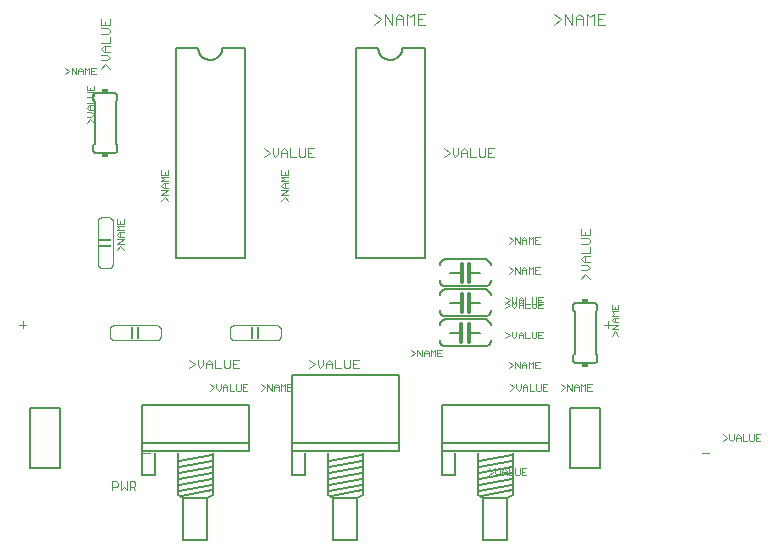
<source format=gto>
G75*
%MOIN*%
%OFA0B0*%
%FSLAX25Y25*%
%IPPOS*%
%LPD*%
%AMOC8*
5,1,8,0,0,1.08239X$1,22.5*
%
%ADD10C,0.00600*%
%ADD11C,0.01200*%
%ADD12C,0.00200*%
%ADD13C,0.00400*%
%ADD14C,0.00300*%
%ADD15R,0.01000X0.04000*%
%ADD16R,0.04000X0.01000*%
%ADD17C,0.00800*%
%ADD18R,0.02000X0.01500*%
%ADD19C,0.00500*%
D10*
X0077419Y0095337D02*
X0100419Y0095337D01*
X0100419Y0165337D01*
X0092919Y0165337D01*
X0092917Y0165211D01*
X0092911Y0165086D01*
X0092901Y0164961D01*
X0092887Y0164836D01*
X0092870Y0164711D01*
X0092848Y0164587D01*
X0092823Y0164464D01*
X0092793Y0164342D01*
X0092760Y0164221D01*
X0092723Y0164101D01*
X0092683Y0163982D01*
X0092638Y0163865D01*
X0092590Y0163748D01*
X0092538Y0163634D01*
X0092483Y0163521D01*
X0092424Y0163410D01*
X0092362Y0163301D01*
X0092296Y0163194D01*
X0092227Y0163089D01*
X0092155Y0162986D01*
X0092080Y0162885D01*
X0092001Y0162787D01*
X0091919Y0162692D01*
X0091835Y0162599D01*
X0091747Y0162509D01*
X0091657Y0162421D01*
X0091564Y0162337D01*
X0091469Y0162255D01*
X0091371Y0162176D01*
X0091270Y0162101D01*
X0091167Y0162029D01*
X0091062Y0161960D01*
X0090955Y0161894D01*
X0090846Y0161832D01*
X0090735Y0161773D01*
X0090622Y0161718D01*
X0090508Y0161666D01*
X0090391Y0161618D01*
X0090274Y0161573D01*
X0090155Y0161533D01*
X0090035Y0161496D01*
X0089914Y0161463D01*
X0089792Y0161433D01*
X0089669Y0161408D01*
X0089545Y0161386D01*
X0089420Y0161369D01*
X0089295Y0161355D01*
X0089170Y0161345D01*
X0089045Y0161339D01*
X0088919Y0161337D01*
X0088793Y0161339D01*
X0088668Y0161345D01*
X0088543Y0161355D01*
X0088418Y0161369D01*
X0088293Y0161386D01*
X0088169Y0161408D01*
X0088046Y0161433D01*
X0087924Y0161463D01*
X0087803Y0161496D01*
X0087683Y0161533D01*
X0087564Y0161573D01*
X0087447Y0161618D01*
X0087330Y0161666D01*
X0087216Y0161718D01*
X0087103Y0161773D01*
X0086992Y0161832D01*
X0086883Y0161894D01*
X0086776Y0161960D01*
X0086671Y0162029D01*
X0086568Y0162101D01*
X0086467Y0162176D01*
X0086369Y0162255D01*
X0086274Y0162337D01*
X0086181Y0162421D01*
X0086091Y0162509D01*
X0086003Y0162599D01*
X0085919Y0162692D01*
X0085837Y0162787D01*
X0085758Y0162885D01*
X0085683Y0162986D01*
X0085611Y0163089D01*
X0085542Y0163194D01*
X0085476Y0163301D01*
X0085414Y0163410D01*
X0085355Y0163521D01*
X0085300Y0163634D01*
X0085248Y0163748D01*
X0085200Y0163865D01*
X0085155Y0163982D01*
X0085115Y0164101D01*
X0085078Y0164221D01*
X0085045Y0164342D01*
X0085015Y0164464D01*
X0084990Y0164587D01*
X0084968Y0164711D01*
X0084951Y0164836D01*
X0084937Y0164961D01*
X0084927Y0165086D01*
X0084921Y0165211D01*
X0084919Y0165337D01*
X0077419Y0165337D01*
X0077419Y0095337D01*
X0056919Y0130337D02*
X0050919Y0130337D01*
X0050859Y0130339D01*
X0050798Y0130344D01*
X0050739Y0130353D01*
X0050680Y0130366D01*
X0050621Y0130382D01*
X0050564Y0130402D01*
X0050509Y0130425D01*
X0050454Y0130452D01*
X0050402Y0130481D01*
X0050351Y0130514D01*
X0050302Y0130550D01*
X0050256Y0130588D01*
X0050212Y0130630D01*
X0050170Y0130674D01*
X0050132Y0130720D01*
X0050096Y0130769D01*
X0050063Y0130820D01*
X0050034Y0130872D01*
X0050007Y0130927D01*
X0049984Y0130982D01*
X0049964Y0131039D01*
X0049948Y0131098D01*
X0049935Y0131157D01*
X0049926Y0131216D01*
X0049921Y0131277D01*
X0049919Y0131337D01*
X0049919Y0132837D01*
X0050419Y0133337D01*
X0050419Y0147337D01*
X0049919Y0147837D01*
X0049919Y0149337D01*
X0049921Y0149397D01*
X0049926Y0149458D01*
X0049935Y0149517D01*
X0049948Y0149576D01*
X0049964Y0149635D01*
X0049984Y0149692D01*
X0050007Y0149747D01*
X0050034Y0149802D01*
X0050063Y0149854D01*
X0050096Y0149905D01*
X0050132Y0149954D01*
X0050170Y0150000D01*
X0050212Y0150044D01*
X0050256Y0150086D01*
X0050302Y0150124D01*
X0050351Y0150160D01*
X0050402Y0150193D01*
X0050454Y0150222D01*
X0050509Y0150249D01*
X0050564Y0150272D01*
X0050621Y0150292D01*
X0050680Y0150308D01*
X0050739Y0150321D01*
X0050798Y0150330D01*
X0050859Y0150335D01*
X0050919Y0150337D01*
X0056919Y0150337D01*
X0056979Y0150335D01*
X0057040Y0150330D01*
X0057099Y0150321D01*
X0057158Y0150308D01*
X0057217Y0150292D01*
X0057274Y0150272D01*
X0057329Y0150249D01*
X0057384Y0150222D01*
X0057436Y0150193D01*
X0057487Y0150160D01*
X0057536Y0150124D01*
X0057582Y0150086D01*
X0057626Y0150044D01*
X0057668Y0150000D01*
X0057706Y0149954D01*
X0057742Y0149905D01*
X0057775Y0149854D01*
X0057804Y0149802D01*
X0057831Y0149747D01*
X0057854Y0149692D01*
X0057874Y0149635D01*
X0057890Y0149576D01*
X0057903Y0149517D01*
X0057912Y0149458D01*
X0057917Y0149397D01*
X0057919Y0149337D01*
X0057919Y0147837D01*
X0057419Y0147337D01*
X0057419Y0133337D01*
X0057919Y0132837D01*
X0057919Y0131337D01*
X0057917Y0131277D01*
X0057912Y0131216D01*
X0057903Y0131157D01*
X0057890Y0131098D01*
X0057874Y0131039D01*
X0057854Y0130982D01*
X0057831Y0130927D01*
X0057804Y0130872D01*
X0057775Y0130820D01*
X0057742Y0130769D01*
X0057706Y0130720D01*
X0057668Y0130674D01*
X0057626Y0130630D01*
X0057582Y0130588D01*
X0057536Y0130550D01*
X0057487Y0130514D01*
X0057436Y0130481D01*
X0057384Y0130452D01*
X0057329Y0130425D01*
X0057274Y0130402D01*
X0057217Y0130382D01*
X0057158Y0130366D01*
X0057099Y0130353D01*
X0057040Y0130344D01*
X0056979Y0130339D01*
X0056919Y0130337D01*
X0056979Y0130339D01*
X0057040Y0130344D01*
X0057099Y0130353D01*
X0057158Y0130366D01*
X0057217Y0130382D01*
X0057274Y0130402D01*
X0057329Y0130425D01*
X0057384Y0130452D01*
X0057436Y0130481D01*
X0057487Y0130514D01*
X0057536Y0130550D01*
X0057582Y0130588D01*
X0057626Y0130630D01*
X0057668Y0130674D01*
X0057706Y0130720D01*
X0057742Y0130769D01*
X0057775Y0130820D01*
X0057804Y0130872D01*
X0057831Y0130927D01*
X0057854Y0130982D01*
X0057874Y0131039D01*
X0057890Y0131098D01*
X0057903Y0131157D01*
X0057912Y0131216D01*
X0057917Y0131277D01*
X0057919Y0131337D01*
X0050919Y0130337D02*
X0050859Y0130339D01*
X0050798Y0130344D01*
X0050739Y0130353D01*
X0050680Y0130366D01*
X0050621Y0130382D01*
X0050564Y0130402D01*
X0050509Y0130425D01*
X0050454Y0130452D01*
X0050402Y0130481D01*
X0050351Y0130514D01*
X0050302Y0130550D01*
X0050256Y0130588D01*
X0050212Y0130630D01*
X0050170Y0130674D01*
X0050132Y0130720D01*
X0050096Y0130769D01*
X0050063Y0130820D01*
X0050034Y0130872D01*
X0050007Y0130927D01*
X0049984Y0130982D01*
X0049964Y0131039D01*
X0049948Y0131098D01*
X0049935Y0131157D01*
X0049926Y0131216D01*
X0049921Y0131277D01*
X0049919Y0131337D01*
X0049919Y0149337D02*
X0049921Y0149397D01*
X0049926Y0149458D01*
X0049935Y0149517D01*
X0049948Y0149576D01*
X0049964Y0149635D01*
X0049984Y0149692D01*
X0050007Y0149747D01*
X0050034Y0149802D01*
X0050063Y0149854D01*
X0050096Y0149905D01*
X0050132Y0149954D01*
X0050170Y0150000D01*
X0050212Y0150044D01*
X0050256Y0150086D01*
X0050302Y0150124D01*
X0050351Y0150160D01*
X0050402Y0150193D01*
X0050454Y0150222D01*
X0050509Y0150249D01*
X0050564Y0150272D01*
X0050621Y0150292D01*
X0050680Y0150308D01*
X0050739Y0150321D01*
X0050798Y0150330D01*
X0050859Y0150335D01*
X0050919Y0150337D01*
X0056919Y0150337D02*
X0056979Y0150335D01*
X0057040Y0150330D01*
X0057099Y0150321D01*
X0057158Y0150308D01*
X0057217Y0150292D01*
X0057274Y0150272D01*
X0057329Y0150249D01*
X0057384Y0150222D01*
X0057436Y0150193D01*
X0057487Y0150160D01*
X0057536Y0150124D01*
X0057582Y0150086D01*
X0057626Y0150044D01*
X0057668Y0150000D01*
X0057706Y0149954D01*
X0057742Y0149905D01*
X0057775Y0149854D01*
X0057804Y0149802D01*
X0057831Y0149747D01*
X0057854Y0149692D01*
X0057874Y0149635D01*
X0057890Y0149576D01*
X0057903Y0149517D01*
X0057912Y0149458D01*
X0057917Y0149397D01*
X0057919Y0149337D01*
X0137419Y0165337D02*
X0137419Y0095337D01*
X0160419Y0095337D01*
X0160419Y0165337D01*
X0152919Y0165337D01*
X0152917Y0165211D01*
X0152911Y0165086D01*
X0152901Y0164961D01*
X0152887Y0164836D01*
X0152870Y0164711D01*
X0152848Y0164587D01*
X0152823Y0164464D01*
X0152793Y0164342D01*
X0152760Y0164221D01*
X0152723Y0164101D01*
X0152683Y0163982D01*
X0152638Y0163865D01*
X0152590Y0163748D01*
X0152538Y0163634D01*
X0152483Y0163521D01*
X0152424Y0163410D01*
X0152362Y0163301D01*
X0152296Y0163194D01*
X0152227Y0163089D01*
X0152155Y0162986D01*
X0152080Y0162885D01*
X0152001Y0162787D01*
X0151919Y0162692D01*
X0151835Y0162599D01*
X0151747Y0162509D01*
X0151657Y0162421D01*
X0151564Y0162337D01*
X0151469Y0162255D01*
X0151371Y0162176D01*
X0151270Y0162101D01*
X0151167Y0162029D01*
X0151062Y0161960D01*
X0150955Y0161894D01*
X0150846Y0161832D01*
X0150735Y0161773D01*
X0150622Y0161718D01*
X0150508Y0161666D01*
X0150391Y0161618D01*
X0150274Y0161573D01*
X0150155Y0161533D01*
X0150035Y0161496D01*
X0149914Y0161463D01*
X0149792Y0161433D01*
X0149669Y0161408D01*
X0149545Y0161386D01*
X0149420Y0161369D01*
X0149295Y0161355D01*
X0149170Y0161345D01*
X0149045Y0161339D01*
X0148919Y0161337D01*
X0148793Y0161339D01*
X0148668Y0161345D01*
X0148543Y0161355D01*
X0148418Y0161369D01*
X0148293Y0161386D01*
X0148169Y0161408D01*
X0148046Y0161433D01*
X0147924Y0161463D01*
X0147803Y0161496D01*
X0147683Y0161533D01*
X0147564Y0161573D01*
X0147447Y0161618D01*
X0147330Y0161666D01*
X0147216Y0161718D01*
X0147103Y0161773D01*
X0146992Y0161832D01*
X0146883Y0161894D01*
X0146776Y0161960D01*
X0146671Y0162029D01*
X0146568Y0162101D01*
X0146467Y0162176D01*
X0146369Y0162255D01*
X0146274Y0162337D01*
X0146181Y0162421D01*
X0146091Y0162509D01*
X0146003Y0162599D01*
X0145919Y0162692D01*
X0145837Y0162787D01*
X0145758Y0162885D01*
X0145683Y0162986D01*
X0145611Y0163089D01*
X0145542Y0163194D01*
X0145476Y0163301D01*
X0145414Y0163410D01*
X0145355Y0163521D01*
X0145300Y0163634D01*
X0145248Y0163748D01*
X0145200Y0163865D01*
X0145155Y0163982D01*
X0145115Y0164101D01*
X0145078Y0164221D01*
X0145045Y0164342D01*
X0145015Y0164464D01*
X0144990Y0164587D01*
X0144968Y0164711D01*
X0144951Y0164836D01*
X0144937Y0164961D01*
X0144927Y0165086D01*
X0144921Y0165211D01*
X0144919Y0165337D01*
X0137419Y0165337D01*
X0167419Y0094837D02*
X0180419Y0094837D01*
X0180506Y0094835D01*
X0180593Y0094829D01*
X0180680Y0094820D01*
X0180766Y0094807D01*
X0180852Y0094790D01*
X0180937Y0094769D01*
X0181020Y0094744D01*
X0181103Y0094716D01*
X0181184Y0094685D01*
X0181264Y0094650D01*
X0181342Y0094611D01*
X0181419Y0094569D01*
X0181494Y0094524D01*
X0181566Y0094475D01*
X0181637Y0094424D01*
X0181705Y0094369D01*
X0181770Y0094312D01*
X0181833Y0094251D01*
X0181894Y0094188D01*
X0181951Y0094123D01*
X0182006Y0094055D01*
X0182057Y0093984D01*
X0182106Y0093912D01*
X0182151Y0093837D01*
X0182193Y0093760D01*
X0182232Y0093682D01*
X0182267Y0093602D01*
X0182298Y0093521D01*
X0182326Y0093438D01*
X0182351Y0093355D01*
X0182372Y0093270D01*
X0182389Y0093184D01*
X0182402Y0093098D01*
X0182411Y0093011D01*
X0182417Y0092924D01*
X0182419Y0092837D01*
X0178919Y0090337D02*
X0175219Y0090337D01*
X0172719Y0090337D02*
X0168919Y0090337D01*
X0165419Y0092837D02*
X0165421Y0092924D01*
X0165427Y0093011D01*
X0165436Y0093098D01*
X0165449Y0093184D01*
X0165466Y0093270D01*
X0165487Y0093355D01*
X0165512Y0093438D01*
X0165540Y0093521D01*
X0165571Y0093602D01*
X0165606Y0093682D01*
X0165645Y0093760D01*
X0165687Y0093837D01*
X0165732Y0093912D01*
X0165781Y0093984D01*
X0165832Y0094055D01*
X0165887Y0094123D01*
X0165944Y0094188D01*
X0166005Y0094251D01*
X0166068Y0094312D01*
X0166133Y0094369D01*
X0166201Y0094424D01*
X0166272Y0094475D01*
X0166344Y0094524D01*
X0166419Y0094569D01*
X0166496Y0094611D01*
X0166574Y0094650D01*
X0166654Y0094685D01*
X0166735Y0094716D01*
X0166818Y0094744D01*
X0166901Y0094769D01*
X0166986Y0094790D01*
X0167072Y0094807D01*
X0167158Y0094820D01*
X0167245Y0094829D01*
X0167332Y0094835D01*
X0167419Y0094837D01*
X0165419Y0087837D02*
X0165421Y0087750D01*
X0165427Y0087663D01*
X0165436Y0087576D01*
X0165449Y0087490D01*
X0165466Y0087404D01*
X0165487Y0087319D01*
X0165512Y0087236D01*
X0165540Y0087153D01*
X0165571Y0087072D01*
X0165606Y0086992D01*
X0165645Y0086914D01*
X0165687Y0086837D01*
X0165732Y0086762D01*
X0165781Y0086690D01*
X0165832Y0086619D01*
X0165887Y0086551D01*
X0165944Y0086486D01*
X0166005Y0086423D01*
X0166068Y0086362D01*
X0166133Y0086305D01*
X0166201Y0086250D01*
X0166272Y0086199D01*
X0166344Y0086150D01*
X0166419Y0086105D01*
X0166496Y0086063D01*
X0166574Y0086024D01*
X0166654Y0085989D01*
X0166735Y0085958D01*
X0166818Y0085930D01*
X0166901Y0085905D01*
X0166986Y0085884D01*
X0167072Y0085867D01*
X0167158Y0085854D01*
X0167245Y0085845D01*
X0167332Y0085839D01*
X0167419Y0085837D01*
X0180419Y0085837D01*
X0180419Y0084837D02*
X0167419Y0084837D01*
X0167332Y0084835D01*
X0167245Y0084829D01*
X0167158Y0084820D01*
X0167072Y0084807D01*
X0166986Y0084790D01*
X0166901Y0084769D01*
X0166818Y0084744D01*
X0166735Y0084716D01*
X0166654Y0084685D01*
X0166574Y0084650D01*
X0166496Y0084611D01*
X0166419Y0084569D01*
X0166344Y0084524D01*
X0166272Y0084475D01*
X0166201Y0084424D01*
X0166133Y0084369D01*
X0166068Y0084312D01*
X0166005Y0084251D01*
X0165944Y0084188D01*
X0165887Y0084123D01*
X0165832Y0084055D01*
X0165781Y0083984D01*
X0165732Y0083912D01*
X0165687Y0083837D01*
X0165645Y0083760D01*
X0165606Y0083682D01*
X0165571Y0083602D01*
X0165540Y0083521D01*
X0165512Y0083438D01*
X0165487Y0083355D01*
X0165466Y0083270D01*
X0165449Y0083184D01*
X0165436Y0083098D01*
X0165427Y0083011D01*
X0165421Y0082924D01*
X0165419Y0082837D01*
X0168919Y0080337D02*
X0172719Y0080337D01*
X0175219Y0080337D02*
X0178919Y0080337D01*
X0182419Y0077837D02*
X0182417Y0077750D01*
X0182411Y0077663D01*
X0182402Y0077576D01*
X0182389Y0077490D01*
X0182372Y0077404D01*
X0182351Y0077319D01*
X0182326Y0077236D01*
X0182298Y0077153D01*
X0182267Y0077072D01*
X0182232Y0076992D01*
X0182193Y0076914D01*
X0182151Y0076837D01*
X0182106Y0076762D01*
X0182057Y0076690D01*
X0182006Y0076619D01*
X0181951Y0076551D01*
X0181894Y0076486D01*
X0181833Y0076423D01*
X0181770Y0076362D01*
X0181705Y0076305D01*
X0181637Y0076250D01*
X0181566Y0076199D01*
X0181494Y0076150D01*
X0181419Y0076105D01*
X0181342Y0076063D01*
X0181264Y0076024D01*
X0181184Y0075989D01*
X0181103Y0075958D01*
X0181020Y0075930D01*
X0180937Y0075905D01*
X0180852Y0075884D01*
X0180766Y0075867D01*
X0180680Y0075854D01*
X0180593Y0075845D01*
X0180506Y0075839D01*
X0180419Y0075837D01*
X0167419Y0075837D01*
X0167419Y0074837D02*
X0180419Y0074837D01*
X0180506Y0074835D01*
X0180593Y0074829D01*
X0180680Y0074820D01*
X0180766Y0074807D01*
X0180852Y0074790D01*
X0180937Y0074769D01*
X0181020Y0074744D01*
X0181103Y0074716D01*
X0181184Y0074685D01*
X0181264Y0074650D01*
X0181342Y0074611D01*
X0181419Y0074569D01*
X0181494Y0074524D01*
X0181566Y0074475D01*
X0181637Y0074424D01*
X0181705Y0074369D01*
X0181770Y0074312D01*
X0181833Y0074251D01*
X0181894Y0074188D01*
X0181951Y0074123D01*
X0182006Y0074055D01*
X0182057Y0073984D01*
X0182106Y0073912D01*
X0182151Y0073837D01*
X0182193Y0073760D01*
X0182232Y0073682D01*
X0182267Y0073602D01*
X0182298Y0073521D01*
X0182326Y0073438D01*
X0182351Y0073355D01*
X0182372Y0073270D01*
X0182389Y0073184D01*
X0182402Y0073098D01*
X0182411Y0073011D01*
X0182417Y0072924D01*
X0182419Y0072837D01*
X0178919Y0070337D02*
X0175119Y0070337D01*
X0172619Y0070337D02*
X0168919Y0070337D01*
X0165419Y0067837D02*
X0165421Y0067750D01*
X0165427Y0067663D01*
X0165436Y0067576D01*
X0165449Y0067490D01*
X0165466Y0067404D01*
X0165487Y0067319D01*
X0165512Y0067236D01*
X0165540Y0067153D01*
X0165571Y0067072D01*
X0165606Y0066992D01*
X0165645Y0066914D01*
X0165687Y0066837D01*
X0165732Y0066762D01*
X0165781Y0066690D01*
X0165832Y0066619D01*
X0165887Y0066551D01*
X0165944Y0066486D01*
X0166005Y0066423D01*
X0166068Y0066362D01*
X0166133Y0066305D01*
X0166201Y0066250D01*
X0166272Y0066199D01*
X0166344Y0066150D01*
X0166419Y0066105D01*
X0166496Y0066063D01*
X0166574Y0066024D01*
X0166654Y0065989D01*
X0166735Y0065958D01*
X0166818Y0065930D01*
X0166901Y0065905D01*
X0166986Y0065884D01*
X0167072Y0065867D01*
X0167158Y0065854D01*
X0167245Y0065845D01*
X0167332Y0065839D01*
X0167419Y0065837D01*
X0180419Y0065837D01*
X0180506Y0065839D01*
X0180593Y0065845D01*
X0180680Y0065854D01*
X0180766Y0065867D01*
X0180852Y0065884D01*
X0180937Y0065905D01*
X0181020Y0065930D01*
X0181103Y0065958D01*
X0181184Y0065989D01*
X0181264Y0066024D01*
X0181342Y0066063D01*
X0181419Y0066105D01*
X0181494Y0066150D01*
X0181566Y0066199D01*
X0181637Y0066250D01*
X0181705Y0066305D01*
X0181770Y0066362D01*
X0181833Y0066423D01*
X0181894Y0066486D01*
X0181951Y0066551D01*
X0182006Y0066619D01*
X0182057Y0066690D01*
X0182106Y0066762D01*
X0182151Y0066837D01*
X0182193Y0066914D01*
X0182232Y0066992D01*
X0182267Y0067072D01*
X0182298Y0067153D01*
X0182326Y0067236D01*
X0182351Y0067319D01*
X0182372Y0067404D01*
X0182389Y0067490D01*
X0182402Y0067576D01*
X0182411Y0067663D01*
X0182417Y0067750D01*
X0182419Y0067837D01*
X0167419Y0074837D02*
X0167332Y0074835D01*
X0167245Y0074829D01*
X0167158Y0074820D01*
X0167072Y0074807D01*
X0166986Y0074790D01*
X0166901Y0074769D01*
X0166818Y0074744D01*
X0166735Y0074716D01*
X0166654Y0074685D01*
X0166574Y0074650D01*
X0166496Y0074611D01*
X0166419Y0074569D01*
X0166344Y0074524D01*
X0166272Y0074475D01*
X0166201Y0074424D01*
X0166133Y0074369D01*
X0166068Y0074312D01*
X0166005Y0074251D01*
X0165944Y0074188D01*
X0165887Y0074123D01*
X0165832Y0074055D01*
X0165781Y0073984D01*
X0165732Y0073912D01*
X0165687Y0073837D01*
X0165645Y0073760D01*
X0165606Y0073682D01*
X0165571Y0073602D01*
X0165540Y0073521D01*
X0165512Y0073438D01*
X0165487Y0073355D01*
X0165466Y0073270D01*
X0165449Y0073184D01*
X0165436Y0073098D01*
X0165427Y0073011D01*
X0165421Y0072924D01*
X0165419Y0072837D01*
X0167419Y0075837D02*
X0167332Y0075839D01*
X0167245Y0075845D01*
X0167158Y0075854D01*
X0167072Y0075867D01*
X0166986Y0075884D01*
X0166901Y0075905D01*
X0166818Y0075930D01*
X0166735Y0075958D01*
X0166654Y0075989D01*
X0166574Y0076024D01*
X0166496Y0076063D01*
X0166419Y0076105D01*
X0166344Y0076150D01*
X0166272Y0076199D01*
X0166201Y0076250D01*
X0166133Y0076305D01*
X0166068Y0076362D01*
X0166005Y0076423D01*
X0165944Y0076486D01*
X0165887Y0076551D01*
X0165832Y0076619D01*
X0165781Y0076690D01*
X0165732Y0076762D01*
X0165687Y0076837D01*
X0165645Y0076914D01*
X0165606Y0076992D01*
X0165571Y0077072D01*
X0165540Y0077153D01*
X0165512Y0077236D01*
X0165487Y0077319D01*
X0165466Y0077404D01*
X0165449Y0077490D01*
X0165436Y0077576D01*
X0165427Y0077663D01*
X0165421Y0077750D01*
X0165419Y0077837D01*
X0180419Y0084837D02*
X0180506Y0084835D01*
X0180593Y0084829D01*
X0180680Y0084820D01*
X0180766Y0084807D01*
X0180852Y0084790D01*
X0180937Y0084769D01*
X0181020Y0084744D01*
X0181103Y0084716D01*
X0181184Y0084685D01*
X0181264Y0084650D01*
X0181342Y0084611D01*
X0181419Y0084569D01*
X0181494Y0084524D01*
X0181566Y0084475D01*
X0181637Y0084424D01*
X0181705Y0084369D01*
X0181770Y0084312D01*
X0181833Y0084251D01*
X0181894Y0084188D01*
X0181951Y0084123D01*
X0182006Y0084055D01*
X0182057Y0083984D01*
X0182106Y0083912D01*
X0182151Y0083837D01*
X0182193Y0083760D01*
X0182232Y0083682D01*
X0182267Y0083602D01*
X0182298Y0083521D01*
X0182326Y0083438D01*
X0182351Y0083355D01*
X0182372Y0083270D01*
X0182389Y0083184D01*
X0182402Y0083098D01*
X0182411Y0083011D01*
X0182417Y0082924D01*
X0182419Y0082837D01*
X0180419Y0085837D02*
X0180506Y0085839D01*
X0180593Y0085845D01*
X0180680Y0085854D01*
X0180766Y0085867D01*
X0180852Y0085884D01*
X0180937Y0085905D01*
X0181020Y0085930D01*
X0181103Y0085958D01*
X0181184Y0085989D01*
X0181264Y0086024D01*
X0181342Y0086063D01*
X0181419Y0086105D01*
X0181494Y0086150D01*
X0181566Y0086199D01*
X0181637Y0086250D01*
X0181705Y0086305D01*
X0181770Y0086362D01*
X0181833Y0086423D01*
X0181894Y0086486D01*
X0181951Y0086551D01*
X0182006Y0086619D01*
X0182057Y0086690D01*
X0182106Y0086762D01*
X0182151Y0086837D01*
X0182193Y0086914D01*
X0182232Y0086992D01*
X0182267Y0087072D01*
X0182298Y0087153D01*
X0182326Y0087236D01*
X0182351Y0087319D01*
X0182372Y0087404D01*
X0182389Y0087490D01*
X0182402Y0087576D01*
X0182411Y0087663D01*
X0182417Y0087750D01*
X0182419Y0087837D01*
X0209919Y0079337D02*
X0209919Y0077837D01*
X0210419Y0077337D01*
X0210419Y0063337D01*
X0209919Y0062837D01*
X0209919Y0061337D01*
X0209921Y0061277D01*
X0209926Y0061216D01*
X0209935Y0061157D01*
X0209948Y0061098D01*
X0209964Y0061039D01*
X0209984Y0060982D01*
X0210007Y0060927D01*
X0210034Y0060872D01*
X0210063Y0060820D01*
X0210096Y0060769D01*
X0210132Y0060720D01*
X0210170Y0060674D01*
X0210212Y0060630D01*
X0210256Y0060588D01*
X0210302Y0060550D01*
X0210351Y0060514D01*
X0210402Y0060481D01*
X0210454Y0060452D01*
X0210509Y0060425D01*
X0210564Y0060402D01*
X0210621Y0060382D01*
X0210680Y0060366D01*
X0210739Y0060353D01*
X0210798Y0060344D01*
X0210859Y0060339D01*
X0210919Y0060337D01*
X0216919Y0060337D01*
X0216979Y0060339D01*
X0217040Y0060344D01*
X0217099Y0060353D01*
X0217158Y0060366D01*
X0217217Y0060382D01*
X0217274Y0060402D01*
X0217329Y0060425D01*
X0217384Y0060452D01*
X0217436Y0060481D01*
X0217487Y0060514D01*
X0217536Y0060550D01*
X0217582Y0060588D01*
X0217626Y0060630D01*
X0217668Y0060674D01*
X0217706Y0060720D01*
X0217742Y0060769D01*
X0217775Y0060820D01*
X0217804Y0060872D01*
X0217831Y0060927D01*
X0217854Y0060982D01*
X0217874Y0061039D01*
X0217890Y0061098D01*
X0217903Y0061157D01*
X0217912Y0061216D01*
X0217917Y0061277D01*
X0217919Y0061337D01*
X0217919Y0062837D01*
X0217419Y0063337D01*
X0217419Y0077337D01*
X0217919Y0077837D01*
X0217919Y0079337D01*
X0217917Y0079397D01*
X0217912Y0079458D01*
X0217903Y0079517D01*
X0217890Y0079576D01*
X0217874Y0079635D01*
X0217854Y0079692D01*
X0217831Y0079747D01*
X0217804Y0079802D01*
X0217775Y0079854D01*
X0217742Y0079905D01*
X0217706Y0079954D01*
X0217668Y0080000D01*
X0217626Y0080044D01*
X0217582Y0080086D01*
X0217536Y0080124D01*
X0217487Y0080160D01*
X0217436Y0080193D01*
X0217384Y0080222D01*
X0217329Y0080249D01*
X0217274Y0080272D01*
X0217217Y0080292D01*
X0217158Y0080308D01*
X0217099Y0080321D01*
X0217040Y0080330D01*
X0216979Y0080335D01*
X0216919Y0080337D01*
X0210919Y0080337D01*
X0210859Y0080335D01*
X0210798Y0080330D01*
X0210739Y0080321D01*
X0210680Y0080308D01*
X0210621Y0080292D01*
X0210564Y0080272D01*
X0210509Y0080249D01*
X0210454Y0080222D01*
X0210402Y0080193D01*
X0210351Y0080160D01*
X0210302Y0080124D01*
X0210256Y0080086D01*
X0210212Y0080044D01*
X0210170Y0080000D01*
X0210132Y0079954D01*
X0210096Y0079905D01*
X0210063Y0079854D01*
X0210034Y0079802D01*
X0210007Y0079747D01*
X0209984Y0079692D01*
X0209964Y0079635D01*
X0209948Y0079576D01*
X0209935Y0079517D01*
X0209926Y0079458D01*
X0209921Y0079397D01*
X0209919Y0079337D01*
X0209921Y0079397D01*
X0209926Y0079458D01*
X0209935Y0079517D01*
X0209948Y0079576D01*
X0209964Y0079635D01*
X0209984Y0079692D01*
X0210007Y0079747D01*
X0210034Y0079802D01*
X0210063Y0079854D01*
X0210096Y0079905D01*
X0210132Y0079954D01*
X0210170Y0080000D01*
X0210212Y0080044D01*
X0210256Y0080086D01*
X0210302Y0080124D01*
X0210351Y0080160D01*
X0210402Y0080193D01*
X0210454Y0080222D01*
X0210509Y0080249D01*
X0210564Y0080272D01*
X0210621Y0080292D01*
X0210680Y0080308D01*
X0210739Y0080321D01*
X0210798Y0080330D01*
X0210859Y0080335D01*
X0210919Y0080337D01*
X0216919Y0080337D02*
X0216979Y0080335D01*
X0217040Y0080330D01*
X0217099Y0080321D01*
X0217158Y0080308D01*
X0217217Y0080292D01*
X0217274Y0080272D01*
X0217329Y0080249D01*
X0217384Y0080222D01*
X0217436Y0080193D01*
X0217487Y0080160D01*
X0217536Y0080124D01*
X0217582Y0080086D01*
X0217626Y0080044D01*
X0217668Y0080000D01*
X0217706Y0079954D01*
X0217742Y0079905D01*
X0217775Y0079854D01*
X0217804Y0079802D01*
X0217831Y0079747D01*
X0217854Y0079692D01*
X0217874Y0079635D01*
X0217890Y0079576D01*
X0217903Y0079517D01*
X0217912Y0079458D01*
X0217917Y0079397D01*
X0217919Y0079337D01*
X0217919Y0061337D02*
X0217917Y0061277D01*
X0217912Y0061216D01*
X0217903Y0061157D01*
X0217890Y0061098D01*
X0217874Y0061039D01*
X0217854Y0060982D01*
X0217831Y0060927D01*
X0217804Y0060872D01*
X0217775Y0060820D01*
X0217742Y0060769D01*
X0217706Y0060720D01*
X0217668Y0060674D01*
X0217626Y0060630D01*
X0217582Y0060588D01*
X0217536Y0060550D01*
X0217487Y0060514D01*
X0217436Y0060481D01*
X0217384Y0060452D01*
X0217329Y0060425D01*
X0217274Y0060402D01*
X0217217Y0060382D01*
X0217158Y0060366D01*
X0217099Y0060353D01*
X0217040Y0060344D01*
X0216979Y0060339D01*
X0216919Y0060337D01*
X0210919Y0060337D02*
X0210859Y0060339D01*
X0210798Y0060344D01*
X0210739Y0060353D01*
X0210680Y0060366D01*
X0210621Y0060382D01*
X0210564Y0060402D01*
X0210509Y0060425D01*
X0210454Y0060452D01*
X0210402Y0060481D01*
X0210351Y0060514D01*
X0210302Y0060550D01*
X0210256Y0060588D01*
X0210212Y0060630D01*
X0210170Y0060674D01*
X0210132Y0060720D01*
X0210096Y0060769D01*
X0210063Y0060820D01*
X0210034Y0060872D01*
X0210007Y0060927D01*
X0209984Y0060982D01*
X0209964Y0061039D01*
X0209948Y0061098D01*
X0209935Y0061157D01*
X0209926Y0061216D01*
X0209921Y0061277D01*
X0209919Y0061337D01*
D11*
X0175119Y0067337D02*
X0175119Y0070337D01*
X0175119Y0073337D01*
X0172619Y0073337D02*
X0172619Y0070337D01*
X0172619Y0067337D01*
X0172719Y0077337D02*
X0172719Y0080337D01*
X0172719Y0083337D01*
X0175219Y0083337D02*
X0175219Y0080337D01*
X0175219Y0077337D01*
X0175219Y0087337D02*
X0175219Y0090337D01*
X0175219Y0093337D01*
X0172719Y0093337D02*
X0172719Y0090337D01*
X0172719Y0087337D01*
D12*
X0187279Y0082239D02*
X0188747Y0081138D01*
X0187279Y0080037D01*
X0187279Y0080639D02*
X0188747Y0079538D01*
X0187279Y0078437D01*
X0189488Y0079171D02*
X0190222Y0078437D01*
X0190956Y0079171D01*
X0190956Y0080639D01*
X0190956Y0080771D02*
X0190956Y0082239D01*
X0191698Y0081505D02*
X0191698Y0080037D01*
X0191698Y0079905D02*
X0192432Y0080639D01*
X0193166Y0079905D01*
X0193166Y0078437D01*
X0193908Y0078437D02*
X0195376Y0078437D01*
X0196118Y0078804D02*
X0196485Y0078437D01*
X0197219Y0078437D01*
X0197586Y0078804D01*
X0197586Y0080639D01*
X0197586Y0080404D02*
X0197586Y0082239D01*
X0198328Y0082239D02*
X0198328Y0080037D01*
X0199796Y0080037D01*
X0199796Y0080639D02*
X0198328Y0080639D01*
X0198328Y0078437D01*
X0199796Y0078437D01*
X0199062Y0079538D02*
X0198328Y0079538D01*
X0197586Y0080404D02*
X0197219Y0080037D01*
X0196485Y0080037D01*
X0196118Y0080404D01*
X0196118Y0082239D01*
X0196118Y0080639D02*
X0196118Y0078804D01*
X0195376Y0080037D02*
X0193908Y0080037D01*
X0193908Y0082239D01*
X0193166Y0081505D02*
X0193166Y0080037D01*
X0193166Y0079538D02*
X0191698Y0079538D01*
X0191698Y0079905D02*
X0191698Y0078437D01*
X0190222Y0080037D02*
X0190956Y0080771D01*
X0191698Y0081138D02*
X0193166Y0081138D01*
X0193166Y0081505D02*
X0192432Y0082239D01*
X0191698Y0081505D01*
X0190222Y0080037D02*
X0189488Y0080771D01*
X0189488Y0082239D01*
X0189488Y0080639D02*
X0189488Y0079171D01*
X0193908Y0078437D02*
X0193908Y0080639D01*
X0198328Y0081138D02*
X0199062Y0081138D01*
X0199796Y0082239D02*
X0198328Y0082239D01*
X0198691Y0090037D02*
X0197223Y0090037D01*
X0197223Y0092239D01*
X0198691Y0092239D01*
X0197957Y0091138D02*
X0197223Y0091138D01*
X0196481Y0092239D02*
X0196481Y0090037D01*
X0195013Y0090037D02*
X0195013Y0092239D01*
X0195747Y0091505D01*
X0196481Y0092239D01*
X0194271Y0091505D02*
X0194271Y0090037D01*
X0194271Y0091138D02*
X0192803Y0091138D01*
X0192803Y0091505D02*
X0193537Y0092239D01*
X0194271Y0091505D01*
X0192803Y0091505D02*
X0192803Y0090037D01*
X0192061Y0090037D02*
X0192061Y0092239D01*
X0190593Y0092239D02*
X0190593Y0090037D01*
X0189851Y0091138D02*
X0188384Y0090037D01*
X0189851Y0091138D02*
X0188384Y0092239D01*
X0190593Y0092239D02*
X0192061Y0090037D01*
X0192061Y0100037D02*
X0192061Y0102239D01*
X0192803Y0101505D02*
X0193537Y0102239D01*
X0194271Y0101505D01*
X0194271Y0100037D01*
X0195013Y0100037D02*
X0195013Y0102239D01*
X0195747Y0101505D01*
X0196481Y0102239D01*
X0196481Y0100037D01*
X0197223Y0100037D02*
X0198691Y0100037D01*
X0197957Y0101138D02*
X0197223Y0101138D01*
X0197223Y0102239D02*
X0197223Y0100037D01*
X0197223Y0102239D02*
X0198691Y0102239D01*
X0194271Y0101138D02*
X0192803Y0101138D01*
X0192803Y0101505D02*
X0192803Y0100037D01*
X0192061Y0100037D02*
X0190593Y0102239D01*
X0190593Y0100037D01*
X0189851Y0101138D02*
X0188384Y0100037D01*
X0189851Y0101138D02*
X0188384Y0102239D01*
X0222718Y0079695D02*
X0222718Y0078227D01*
X0224919Y0078227D01*
X0224919Y0079695D01*
X0224919Y0078227D01*
X0222718Y0078227D01*
X0222718Y0079695D01*
X0223819Y0078961D02*
X0223819Y0078227D01*
X0223819Y0078961D01*
X0224919Y0077485D02*
X0222718Y0077485D01*
X0223452Y0076751D01*
X0222718Y0076017D01*
X0224919Y0076017D01*
X0222718Y0076017D01*
X0223452Y0076751D01*
X0222718Y0077485D01*
X0224919Y0077485D01*
X0224919Y0075275D02*
X0223452Y0075275D01*
X0222718Y0074541D01*
X0223452Y0073807D01*
X0224919Y0073807D01*
X0223452Y0073807D01*
X0222718Y0074541D01*
X0223452Y0075275D01*
X0224919Y0075275D01*
X0223819Y0075275D02*
X0223819Y0073807D01*
X0223819Y0075275D01*
X0224919Y0073065D02*
X0222718Y0073065D01*
X0224919Y0073065D01*
X0222718Y0071597D01*
X0224919Y0071597D01*
X0222718Y0071597D01*
X0224919Y0073065D01*
X0223819Y0070855D02*
X0224919Y0069387D01*
X0223819Y0070855D01*
X0222718Y0069387D01*
X0223819Y0070855D01*
X0199796Y0070639D02*
X0198328Y0070639D01*
X0198328Y0068437D01*
X0199796Y0068437D01*
X0199062Y0069538D02*
X0198328Y0069538D01*
X0197586Y0068804D02*
X0197586Y0070639D01*
X0196118Y0070639D02*
X0196118Y0068804D01*
X0196485Y0068437D01*
X0197219Y0068437D01*
X0197586Y0068804D01*
X0195376Y0068437D02*
X0193908Y0068437D01*
X0193908Y0070639D01*
X0193166Y0069905D02*
X0193166Y0068437D01*
X0193166Y0069538D02*
X0191698Y0069538D01*
X0191698Y0069905D02*
X0192432Y0070639D01*
X0193166Y0069905D01*
X0191698Y0069905D02*
X0191698Y0068437D01*
X0190956Y0069171D02*
X0190956Y0070639D01*
X0189488Y0070639D02*
X0189488Y0069171D01*
X0190222Y0068437D01*
X0190956Y0069171D01*
X0188747Y0069538D02*
X0187279Y0068437D01*
X0188747Y0069538D02*
X0187279Y0070639D01*
X0188384Y0060639D02*
X0189851Y0059538D01*
X0188384Y0058437D01*
X0190593Y0058437D02*
X0190593Y0060639D01*
X0192061Y0058437D01*
X0192061Y0060639D01*
X0192803Y0059905D02*
X0193537Y0060639D01*
X0194271Y0059905D01*
X0194271Y0058437D01*
X0195013Y0058437D02*
X0195013Y0060639D01*
X0195747Y0059905D01*
X0196481Y0060639D01*
X0196481Y0058437D01*
X0197223Y0058437D02*
X0198691Y0058437D01*
X0197957Y0059538D02*
X0197223Y0059538D01*
X0197223Y0060639D02*
X0197223Y0058437D01*
X0197223Y0060639D02*
X0198691Y0060639D01*
X0194271Y0059538D02*
X0192803Y0059538D01*
X0192803Y0059905D02*
X0192803Y0058437D01*
X0192438Y0053239D02*
X0192438Y0051771D01*
X0191704Y0051037D01*
X0190970Y0051771D01*
X0190970Y0053239D01*
X0190228Y0052138D02*
X0188760Y0051037D01*
X0190228Y0052138D02*
X0188760Y0053239D01*
X0193180Y0052505D02*
X0193180Y0051037D01*
X0193180Y0052138D02*
X0194648Y0052138D01*
X0194648Y0052505D02*
X0194648Y0051037D01*
X0195390Y0051037D02*
X0196857Y0051037D01*
X0197599Y0051404D02*
X0197966Y0051037D01*
X0198700Y0051037D01*
X0199067Y0051404D01*
X0199067Y0053239D01*
X0199809Y0053239D02*
X0199809Y0051037D01*
X0201277Y0051037D01*
X0200543Y0052138D02*
X0199809Y0052138D01*
X0199809Y0053239D02*
X0201277Y0053239D01*
X0197599Y0053239D02*
X0197599Y0051404D01*
X0195390Y0051037D02*
X0195390Y0053239D01*
X0194648Y0052505D02*
X0193914Y0053239D01*
X0193180Y0052505D01*
X0205797Y0053239D02*
X0207265Y0052138D01*
X0205797Y0051037D01*
X0208007Y0051037D02*
X0208007Y0053239D01*
X0209475Y0051037D01*
X0209475Y0053239D01*
X0210217Y0052505D02*
X0210951Y0053239D01*
X0211685Y0052505D01*
X0211685Y0051037D01*
X0212427Y0051037D02*
X0212427Y0053239D01*
X0213161Y0052505D01*
X0213895Y0053239D01*
X0213895Y0051037D01*
X0214637Y0051037D02*
X0214637Y0053239D01*
X0216105Y0053239D01*
X0215371Y0052138D02*
X0214637Y0052138D01*
X0214637Y0051037D02*
X0216105Y0051037D01*
X0211685Y0052138D02*
X0210217Y0052138D01*
X0210217Y0052505D02*
X0210217Y0051037D01*
X0194315Y0025139D02*
X0192847Y0025139D01*
X0192847Y0022937D01*
X0194315Y0022937D01*
X0193581Y0024038D02*
X0192847Y0024038D01*
X0192105Y0023304D02*
X0192105Y0025139D01*
X0190637Y0025139D02*
X0190637Y0023304D01*
X0191004Y0022937D01*
X0191738Y0022937D01*
X0192105Y0023304D01*
X0189895Y0022937D02*
X0188427Y0022937D01*
X0188427Y0025139D01*
X0187685Y0024405D02*
X0186951Y0025139D01*
X0186217Y0024405D01*
X0186217Y0022937D01*
X0185475Y0023671D02*
X0185475Y0025139D01*
X0186217Y0024038D02*
X0187685Y0024038D01*
X0187685Y0024405D02*
X0187685Y0022937D01*
X0185475Y0023671D02*
X0184741Y0022937D01*
X0184007Y0023671D01*
X0184007Y0025139D01*
X0183265Y0024038D02*
X0181797Y0022937D01*
X0183265Y0024038D02*
X0181797Y0025139D01*
X0166105Y0062537D02*
X0164637Y0062537D01*
X0164637Y0064739D01*
X0166105Y0064739D01*
X0165371Y0063638D02*
X0164637Y0063638D01*
X0163895Y0064739D02*
X0163895Y0062537D01*
X0162427Y0062537D02*
X0162427Y0064739D01*
X0163161Y0064005D01*
X0163895Y0064739D01*
X0161685Y0064005D02*
X0161685Y0062537D01*
X0161685Y0063638D02*
X0160217Y0063638D01*
X0160217Y0064005D02*
X0160951Y0064739D01*
X0161685Y0064005D01*
X0160217Y0064005D02*
X0160217Y0062537D01*
X0159475Y0062537D02*
X0159475Y0064739D01*
X0158007Y0064739D02*
X0158007Y0062537D01*
X0157265Y0063638D02*
X0155797Y0062537D01*
X0157265Y0063638D02*
X0155797Y0064739D01*
X0158007Y0064739D02*
X0159475Y0062537D01*
X0116105Y0053239D02*
X0114637Y0053239D01*
X0114637Y0051037D01*
X0116105Y0051037D01*
X0115371Y0052138D02*
X0114637Y0052138D01*
X0113895Y0053239D02*
X0113895Y0051037D01*
X0112427Y0051037D02*
X0112427Y0053239D01*
X0113161Y0052505D01*
X0113895Y0053239D01*
X0111685Y0052505D02*
X0111685Y0051037D01*
X0111685Y0052138D02*
X0110217Y0052138D01*
X0110217Y0052505D02*
X0110951Y0053239D01*
X0111685Y0052505D01*
X0110217Y0052505D02*
X0110217Y0051037D01*
X0109475Y0051037D02*
X0109475Y0053239D01*
X0108007Y0053239D02*
X0109475Y0051037D01*
X0108007Y0051037D02*
X0108007Y0053239D01*
X0107265Y0052138D02*
X0105797Y0051037D01*
X0107265Y0052138D02*
X0105797Y0053239D01*
X0101277Y0053239D02*
X0099809Y0053239D01*
X0099809Y0051037D01*
X0101277Y0051037D01*
X0100543Y0052138D02*
X0099809Y0052138D01*
X0099067Y0051404D02*
X0099067Y0053239D01*
X0097599Y0053239D02*
X0097599Y0051404D01*
X0097966Y0051037D01*
X0098700Y0051037D01*
X0099067Y0051404D01*
X0096857Y0051037D02*
X0095390Y0051037D01*
X0095390Y0053239D01*
X0094648Y0052505D02*
X0094648Y0051037D01*
X0094648Y0052138D02*
X0093180Y0052138D01*
X0093180Y0052505D02*
X0093914Y0053239D01*
X0094648Y0052505D01*
X0093180Y0052505D02*
X0093180Y0051037D01*
X0092438Y0051771D02*
X0092438Y0053239D01*
X0092438Y0051771D02*
X0091704Y0051037D01*
X0090970Y0051771D01*
X0090970Y0053239D01*
X0090228Y0052138D02*
X0088760Y0051037D01*
X0090228Y0052138D02*
X0088760Y0053239D01*
X0060019Y0097887D02*
X0058919Y0099355D01*
X0057818Y0097887D01*
X0057818Y0100097D02*
X0060019Y0101565D01*
X0057818Y0101565D01*
X0058552Y0102307D02*
X0057818Y0103041D01*
X0058552Y0103775D01*
X0060019Y0103775D01*
X0060019Y0104517D02*
X0057818Y0104517D01*
X0058552Y0105251D01*
X0057818Y0105985D01*
X0060019Y0105985D01*
X0060019Y0106727D02*
X0060019Y0108195D01*
X0058919Y0107461D02*
X0058919Y0106727D01*
X0060019Y0106727D02*
X0057818Y0106727D01*
X0057818Y0108195D01*
X0058919Y0103775D02*
X0058919Y0102307D01*
X0058552Y0102307D02*
X0060019Y0102307D01*
X0060019Y0100097D02*
X0057818Y0100097D01*
X0072618Y0114215D02*
X0073719Y0115683D01*
X0074819Y0114215D01*
X0074819Y0116425D02*
X0072618Y0116425D01*
X0074819Y0117893D01*
X0072618Y0117893D01*
X0073352Y0118635D02*
X0072618Y0119369D01*
X0073352Y0120103D01*
X0074819Y0120103D01*
X0074819Y0120844D02*
X0072618Y0120844D01*
X0073352Y0121578D01*
X0072618Y0122312D01*
X0074819Y0122312D01*
X0074819Y0123054D02*
X0072618Y0123054D01*
X0072618Y0124522D01*
X0073719Y0123788D02*
X0073719Y0123054D01*
X0074819Y0123054D02*
X0074819Y0124522D01*
X0073719Y0120103D02*
X0073719Y0118635D01*
X0073352Y0118635D02*
X0074819Y0118635D01*
X0050019Y0140215D02*
X0048919Y0141683D01*
X0047818Y0140215D01*
X0047818Y0142425D02*
X0049285Y0142425D01*
X0050019Y0143159D01*
X0049285Y0143893D01*
X0047818Y0143893D01*
X0048552Y0144635D02*
X0047818Y0145369D01*
X0048552Y0146103D01*
X0050019Y0146103D01*
X0050019Y0146844D02*
X0050019Y0148312D01*
X0049652Y0149054D02*
X0050019Y0149421D01*
X0050019Y0150155D01*
X0049652Y0150522D01*
X0047818Y0150522D01*
X0047818Y0151264D02*
X0050019Y0151264D01*
X0050019Y0152732D01*
X0048919Y0151998D02*
X0048919Y0151264D01*
X0047818Y0151264D02*
X0047818Y0152732D01*
X0047818Y0149054D02*
X0049652Y0149054D01*
X0050019Y0146844D02*
X0047818Y0146844D01*
X0048919Y0146103D02*
X0048919Y0144635D01*
X0048552Y0144635D02*
X0050019Y0144635D01*
X0049309Y0156537D02*
X0050777Y0156537D01*
X0050043Y0157638D02*
X0049309Y0157638D01*
X0049309Y0158739D02*
X0049309Y0156537D01*
X0048567Y0156537D02*
X0048567Y0158739D01*
X0047833Y0158005D01*
X0047099Y0158739D01*
X0047099Y0156537D01*
X0046358Y0156537D02*
X0046358Y0158005D01*
X0045624Y0158739D01*
X0044890Y0158005D01*
X0044890Y0156537D01*
X0044148Y0156537D02*
X0044148Y0158739D01*
X0044890Y0157638D02*
X0046358Y0157638D01*
X0044148Y0156537D02*
X0042680Y0158739D01*
X0042680Y0156537D01*
X0041938Y0157638D02*
X0040470Y0158739D01*
X0041938Y0157638D02*
X0040470Y0156537D01*
X0049309Y0158739D02*
X0050777Y0158739D01*
X0112618Y0124522D02*
X0112618Y0123054D01*
X0114819Y0123054D01*
X0114819Y0124522D01*
X0113719Y0123788D02*
X0113719Y0123054D01*
X0114819Y0122312D02*
X0112618Y0122312D01*
X0113352Y0121578D01*
X0112618Y0120844D01*
X0114819Y0120844D01*
X0114819Y0120103D02*
X0113352Y0120103D01*
X0112618Y0119369D01*
X0113352Y0118635D01*
X0114819Y0118635D01*
X0114819Y0117893D02*
X0112618Y0117893D01*
X0113719Y0118635D02*
X0113719Y0120103D01*
X0114819Y0117893D02*
X0112618Y0116425D01*
X0114819Y0116425D01*
X0113719Y0115683D02*
X0112618Y0114215D01*
X0113719Y0115683D02*
X0114819Y0114215D01*
X0259797Y0036439D02*
X0261265Y0035338D01*
X0259797Y0034237D01*
X0262007Y0034971D02*
X0262741Y0034237D01*
X0263475Y0034971D01*
X0263475Y0036439D01*
X0264217Y0035705D02*
X0264951Y0036439D01*
X0265685Y0035705D01*
X0265685Y0034237D01*
X0266427Y0034237D02*
X0267895Y0034237D01*
X0268637Y0034604D02*
X0269004Y0034237D01*
X0269738Y0034237D01*
X0270105Y0034604D01*
X0270105Y0036439D01*
X0270847Y0036439D02*
X0270847Y0034237D01*
X0272315Y0034237D01*
X0271581Y0035338D02*
X0270847Y0035338D01*
X0270847Y0036439D02*
X0272315Y0036439D01*
X0268637Y0036439D02*
X0268637Y0034604D01*
X0266427Y0034237D02*
X0266427Y0036439D01*
X0265685Y0035338D02*
X0264217Y0035338D01*
X0264217Y0035705D02*
X0264217Y0034237D01*
X0262007Y0034971D02*
X0262007Y0036439D01*
D13*
X0112419Y0069337D02*
X0112419Y0071337D01*
X0112417Y0071413D01*
X0112411Y0071489D01*
X0112402Y0071564D01*
X0112388Y0071639D01*
X0112371Y0071713D01*
X0112350Y0071786D01*
X0112326Y0071858D01*
X0112297Y0071929D01*
X0112266Y0071998D01*
X0112231Y0072065D01*
X0112192Y0072130D01*
X0112150Y0072194D01*
X0112105Y0072255D01*
X0112057Y0072314D01*
X0112006Y0072370D01*
X0111952Y0072424D01*
X0111896Y0072475D01*
X0111837Y0072523D01*
X0111776Y0072568D01*
X0111712Y0072610D01*
X0111647Y0072649D01*
X0111580Y0072684D01*
X0111511Y0072715D01*
X0111440Y0072744D01*
X0111368Y0072768D01*
X0111295Y0072789D01*
X0111221Y0072806D01*
X0111146Y0072820D01*
X0111071Y0072829D01*
X0110995Y0072835D01*
X0110919Y0072837D01*
X0096919Y0072837D01*
X0096843Y0072835D01*
X0096767Y0072829D01*
X0096692Y0072820D01*
X0096617Y0072806D01*
X0096543Y0072789D01*
X0096470Y0072768D01*
X0096398Y0072744D01*
X0096327Y0072715D01*
X0096258Y0072684D01*
X0096191Y0072649D01*
X0096126Y0072610D01*
X0096062Y0072568D01*
X0096001Y0072523D01*
X0095942Y0072475D01*
X0095886Y0072424D01*
X0095832Y0072370D01*
X0095781Y0072314D01*
X0095733Y0072255D01*
X0095688Y0072194D01*
X0095646Y0072130D01*
X0095607Y0072065D01*
X0095572Y0071998D01*
X0095541Y0071929D01*
X0095512Y0071858D01*
X0095488Y0071786D01*
X0095467Y0071713D01*
X0095450Y0071639D01*
X0095436Y0071564D01*
X0095427Y0071489D01*
X0095421Y0071413D01*
X0095419Y0071337D01*
X0095419Y0069337D01*
X0095421Y0069261D01*
X0095427Y0069185D01*
X0095436Y0069110D01*
X0095450Y0069035D01*
X0095467Y0068961D01*
X0095488Y0068888D01*
X0095512Y0068816D01*
X0095541Y0068745D01*
X0095572Y0068676D01*
X0095607Y0068609D01*
X0095646Y0068544D01*
X0095688Y0068480D01*
X0095733Y0068419D01*
X0095781Y0068360D01*
X0095832Y0068304D01*
X0095886Y0068250D01*
X0095942Y0068199D01*
X0096001Y0068151D01*
X0096062Y0068106D01*
X0096126Y0068064D01*
X0096191Y0068025D01*
X0096258Y0067990D01*
X0096327Y0067959D01*
X0096398Y0067930D01*
X0096470Y0067906D01*
X0096543Y0067885D01*
X0096617Y0067868D01*
X0096692Y0067854D01*
X0096767Y0067845D01*
X0096843Y0067839D01*
X0096919Y0067837D01*
X0110919Y0067837D01*
X0110995Y0067839D01*
X0111071Y0067845D01*
X0111146Y0067854D01*
X0111221Y0067868D01*
X0111295Y0067885D01*
X0111368Y0067906D01*
X0111440Y0067930D01*
X0111511Y0067959D01*
X0111580Y0067990D01*
X0111647Y0068025D01*
X0111712Y0068064D01*
X0111776Y0068106D01*
X0111837Y0068151D01*
X0111896Y0068199D01*
X0111952Y0068250D01*
X0112006Y0068304D01*
X0112057Y0068360D01*
X0112105Y0068419D01*
X0112150Y0068480D01*
X0112192Y0068544D01*
X0112231Y0068609D01*
X0112266Y0068676D01*
X0112297Y0068745D01*
X0112326Y0068816D01*
X0112350Y0068888D01*
X0112371Y0068961D01*
X0112388Y0069035D01*
X0112402Y0069110D01*
X0112411Y0069185D01*
X0112417Y0069261D01*
X0112419Y0069337D01*
X0072419Y0069337D02*
X0072419Y0071337D01*
X0072417Y0071413D01*
X0072411Y0071489D01*
X0072402Y0071564D01*
X0072388Y0071639D01*
X0072371Y0071713D01*
X0072350Y0071786D01*
X0072326Y0071858D01*
X0072297Y0071929D01*
X0072266Y0071998D01*
X0072231Y0072065D01*
X0072192Y0072130D01*
X0072150Y0072194D01*
X0072105Y0072255D01*
X0072057Y0072314D01*
X0072006Y0072370D01*
X0071952Y0072424D01*
X0071896Y0072475D01*
X0071837Y0072523D01*
X0071776Y0072568D01*
X0071712Y0072610D01*
X0071647Y0072649D01*
X0071580Y0072684D01*
X0071511Y0072715D01*
X0071440Y0072744D01*
X0071368Y0072768D01*
X0071295Y0072789D01*
X0071221Y0072806D01*
X0071146Y0072820D01*
X0071071Y0072829D01*
X0070995Y0072835D01*
X0070919Y0072837D01*
X0056919Y0072837D01*
X0056843Y0072835D01*
X0056767Y0072829D01*
X0056692Y0072820D01*
X0056617Y0072806D01*
X0056543Y0072789D01*
X0056470Y0072768D01*
X0056398Y0072744D01*
X0056327Y0072715D01*
X0056258Y0072684D01*
X0056191Y0072649D01*
X0056126Y0072610D01*
X0056062Y0072568D01*
X0056001Y0072523D01*
X0055942Y0072475D01*
X0055886Y0072424D01*
X0055832Y0072370D01*
X0055781Y0072314D01*
X0055733Y0072255D01*
X0055688Y0072194D01*
X0055646Y0072130D01*
X0055607Y0072065D01*
X0055572Y0071998D01*
X0055541Y0071929D01*
X0055512Y0071858D01*
X0055488Y0071786D01*
X0055467Y0071713D01*
X0055450Y0071639D01*
X0055436Y0071564D01*
X0055427Y0071489D01*
X0055421Y0071413D01*
X0055419Y0071337D01*
X0055419Y0069337D01*
X0055421Y0069261D01*
X0055427Y0069185D01*
X0055436Y0069110D01*
X0055450Y0069035D01*
X0055467Y0068961D01*
X0055488Y0068888D01*
X0055512Y0068816D01*
X0055541Y0068745D01*
X0055572Y0068676D01*
X0055607Y0068609D01*
X0055646Y0068544D01*
X0055688Y0068480D01*
X0055733Y0068419D01*
X0055781Y0068360D01*
X0055832Y0068304D01*
X0055886Y0068250D01*
X0055942Y0068199D01*
X0056001Y0068151D01*
X0056062Y0068106D01*
X0056126Y0068064D01*
X0056191Y0068025D01*
X0056258Y0067990D01*
X0056327Y0067959D01*
X0056398Y0067930D01*
X0056470Y0067906D01*
X0056543Y0067885D01*
X0056617Y0067868D01*
X0056692Y0067854D01*
X0056767Y0067845D01*
X0056843Y0067839D01*
X0056919Y0067837D01*
X0070919Y0067837D01*
X0070995Y0067839D01*
X0071071Y0067845D01*
X0071146Y0067854D01*
X0071221Y0067868D01*
X0071295Y0067885D01*
X0071368Y0067906D01*
X0071440Y0067930D01*
X0071511Y0067959D01*
X0071580Y0067990D01*
X0071647Y0068025D01*
X0071712Y0068064D01*
X0071776Y0068106D01*
X0071837Y0068151D01*
X0071896Y0068199D01*
X0071952Y0068250D01*
X0072006Y0068304D01*
X0072057Y0068360D01*
X0072105Y0068419D01*
X0072150Y0068480D01*
X0072192Y0068544D01*
X0072231Y0068609D01*
X0072266Y0068676D01*
X0072297Y0068745D01*
X0072326Y0068816D01*
X0072350Y0068888D01*
X0072371Y0068961D01*
X0072388Y0069035D01*
X0072402Y0069110D01*
X0072411Y0069185D01*
X0072417Y0069261D01*
X0072419Y0069337D01*
X0054919Y0091837D02*
X0052919Y0091837D01*
X0052843Y0091839D01*
X0052767Y0091845D01*
X0052692Y0091854D01*
X0052617Y0091868D01*
X0052543Y0091885D01*
X0052470Y0091906D01*
X0052398Y0091930D01*
X0052327Y0091959D01*
X0052258Y0091990D01*
X0052191Y0092025D01*
X0052126Y0092064D01*
X0052062Y0092106D01*
X0052001Y0092151D01*
X0051942Y0092199D01*
X0051886Y0092250D01*
X0051832Y0092304D01*
X0051781Y0092360D01*
X0051733Y0092419D01*
X0051688Y0092480D01*
X0051646Y0092544D01*
X0051607Y0092609D01*
X0051572Y0092676D01*
X0051541Y0092745D01*
X0051512Y0092816D01*
X0051488Y0092888D01*
X0051467Y0092961D01*
X0051450Y0093035D01*
X0051436Y0093110D01*
X0051427Y0093185D01*
X0051421Y0093261D01*
X0051419Y0093337D01*
X0051419Y0107337D01*
X0051421Y0107413D01*
X0051427Y0107489D01*
X0051436Y0107564D01*
X0051450Y0107639D01*
X0051467Y0107713D01*
X0051488Y0107786D01*
X0051512Y0107858D01*
X0051541Y0107929D01*
X0051572Y0107998D01*
X0051607Y0108065D01*
X0051646Y0108130D01*
X0051688Y0108194D01*
X0051733Y0108255D01*
X0051781Y0108314D01*
X0051832Y0108370D01*
X0051886Y0108424D01*
X0051942Y0108475D01*
X0052001Y0108523D01*
X0052062Y0108568D01*
X0052126Y0108610D01*
X0052191Y0108649D01*
X0052258Y0108684D01*
X0052327Y0108715D01*
X0052398Y0108744D01*
X0052470Y0108768D01*
X0052543Y0108789D01*
X0052617Y0108806D01*
X0052692Y0108820D01*
X0052767Y0108829D01*
X0052843Y0108835D01*
X0052919Y0108837D01*
X0054919Y0108837D01*
X0054995Y0108835D01*
X0055071Y0108829D01*
X0055146Y0108820D01*
X0055221Y0108806D01*
X0055295Y0108789D01*
X0055368Y0108768D01*
X0055440Y0108744D01*
X0055511Y0108715D01*
X0055580Y0108684D01*
X0055647Y0108649D01*
X0055712Y0108610D01*
X0055776Y0108568D01*
X0055837Y0108523D01*
X0055896Y0108475D01*
X0055952Y0108424D01*
X0056006Y0108370D01*
X0056057Y0108314D01*
X0056105Y0108255D01*
X0056150Y0108194D01*
X0056192Y0108130D01*
X0056231Y0108065D01*
X0056266Y0107998D01*
X0056297Y0107929D01*
X0056326Y0107858D01*
X0056350Y0107786D01*
X0056371Y0107713D01*
X0056388Y0107639D01*
X0056402Y0107564D01*
X0056411Y0107489D01*
X0056417Y0107413D01*
X0056419Y0107337D01*
X0056419Y0093337D01*
X0056417Y0093261D01*
X0056411Y0093185D01*
X0056402Y0093110D01*
X0056388Y0093035D01*
X0056371Y0092961D01*
X0056350Y0092888D01*
X0056326Y0092816D01*
X0056297Y0092745D01*
X0056266Y0092676D01*
X0056231Y0092609D01*
X0056192Y0092544D01*
X0056150Y0092480D01*
X0056105Y0092419D01*
X0056057Y0092360D01*
X0056006Y0092304D01*
X0055952Y0092250D01*
X0055896Y0092199D01*
X0055837Y0092151D01*
X0055776Y0092106D01*
X0055712Y0092064D01*
X0055647Y0092025D01*
X0055580Y0091990D01*
X0055511Y0091959D01*
X0055440Y0091930D01*
X0055368Y0091906D01*
X0055295Y0091885D01*
X0055221Y0091868D01*
X0055146Y0091854D01*
X0055071Y0091845D01*
X0054995Y0091839D01*
X0054919Y0091837D01*
X0065753Y0030339D02*
X0068822Y0030339D01*
X0143416Y0173037D02*
X0145818Y0174839D01*
X0143416Y0176640D01*
X0147099Y0176640D02*
X0149501Y0173037D01*
X0149501Y0176640D01*
X0150782Y0175439D02*
X0151983Y0176640D01*
X0153184Y0175439D01*
X0153184Y0173037D01*
X0154465Y0173037D02*
X0154465Y0176640D01*
X0155666Y0175439D01*
X0156868Y0176640D01*
X0156868Y0173037D01*
X0158149Y0173037D02*
X0160551Y0173037D01*
X0159350Y0174839D02*
X0158149Y0174839D01*
X0158149Y0176640D02*
X0158149Y0173037D01*
X0158149Y0176640D02*
X0160551Y0176640D01*
X0153184Y0174839D02*
X0150782Y0174839D01*
X0150782Y0175439D02*
X0150782Y0173037D01*
X0147099Y0173037D02*
X0147099Y0176640D01*
X0203416Y0176640D02*
X0205818Y0174839D01*
X0203416Y0173037D01*
X0207099Y0173037D02*
X0207099Y0176640D01*
X0209501Y0173037D01*
X0209501Y0176640D01*
X0210782Y0175439D02*
X0211983Y0176640D01*
X0213184Y0175439D01*
X0213184Y0173037D01*
X0214465Y0173037D02*
X0214465Y0176640D01*
X0215666Y0175439D01*
X0216868Y0176640D01*
X0216868Y0173037D01*
X0218149Y0173037D02*
X0220551Y0173037D01*
X0219350Y0174839D02*
X0218149Y0174839D01*
X0218149Y0176640D02*
X0218149Y0173037D01*
X0218149Y0176640D02*
X0220551Y0176640D01*
X0213184Y0174839D02*
X0210782Y0174839D01*
X0210782Y0175439D02*
X0210782Y0173037D01*
D14*
X0183416Y0131789D02*
X0181481Y0131789D01*
X0181481Y0128887D01*
X0183416Y0128887D01*
X0182449Y0130338D02*
X0181481Y0130338D01*
X0180470Y0129371D02*
X0180470Y0131789D01*
X0178535Y0131789D02*
X0178535Y0129371D01*
X0179018Y0128887D01*
X0179986Y0128887D01*
X0180470Y0129371D01*
X0177523Y0128887D02*
X0175588Y0128887D01*
X0175588Y0131789D01*
X0174577Y0130822D02*
X0174577Y0128887D01*
X0174577Y0130338D02*
X0172642Y0130338D01*
X0172642Y0130822D02*
X0173609Y0131789D01*
X0174577Y0130822D01*
X0172642Y0130822D02*
X0172642Y0128887D01*
X0171630Y0129854D02*
X0171630Y0131789D01*
X0171630Y0129854D02*
X0170663Y0128887D01*
X0169695Y0129854D01*
X0169695Y0131789D01*
X0168684Y0130338D02*
X0166749Y0128887D01*
X0168684Y0130338D02*
X0166749Y0131789D01*
X0123416Y0131789D02*
X0121481Y0131789D01*
X0121481Y0128887D01*
X0123416Y0128887D01*
X0122449Y0130338D02*
X0121481Y0130338D01*
X0120470Y0129371D02*
X0120470Y0131789D01*
X0118535Y0131789D02*
X0118535Y0129371D01*
X0119018Y0128887D01*
X0119986Y0128887D01*
X0120470Y0129371D01*
X0117523Y0128887D02*
X0115588Y0128887D01*
X0115588Y0131789D01*
X0114577Y0130822D02*
X0114577Y0128887D01*
X0114577Y0130338D02*
X0112642Y0130338D01*
X0112642Y0130822D02*
X0113609Y0131789D01*
X0114577Y0130822D01*
X0112642Y0130822D02*
X0112642Y0128887D01*
X0111630Y0129854D02*
X0111630Y0131789D01*
X0111630Y0129854D02*
X0110663Y0128887D01*
X0109695Y0129854D01*
X0109695Y0131789D01*
X0108684Y0130338D02*
X0106749Y0128887D01*
X0108684Y0130338D02*
X0106749Y0131789D01*
X0055369Y0158166D02*
X0053918Y0160101D01*
X0052467Y0158166D01*
X0052467Y0161113D02*
X0054402Y0161113D01*
X0055369Y0162080D01*
X0054402Y0163048D01*
X0052467Y0163048D01*
X0053434Y0164059D02*
X0052467Y0165027D01*
X0053434Y0165994D01*
X0055369Y0165994D01*
X0055369Y0167006D02*
X0052467Y0167006D01*
X0053918Y0165994D02*
X0053918Y0164059D01*
X0053434Y0164059D02*
X0055369Y0164059D01*
X0055369Y0167006D02*
X0055369Y0168941D01*
X0054886Y0169952D02*
X0055369Y0170436D01*
X0055369Y0171403D01*
X0054886Y0171887D01*
X0052467Y0171887D01*
X0052467Y0172899D02*
X0055369Y0172899D01*
X0055369Y0174834D01*
X0053918Y0173866D02*
X0053918Y0172899D01*
X0052467Y0172899D02*
X0052467Y0174834D01*
X0052467Y0169952D02*
X0054886Y0169952D01*
X0026418Y0074262D02*
X0026418Y0071794D01*
X0025183Y0073028D02*
X0027652Y0073028D01*
X0081749Y0061389D02*
X0083684Y0059938D01*
X0081749Y0058487D01*
X0084695Y0059454D02*
X0085663Y0058487D01*
X0086630Y0059454D01*
X0086630Y0061389D01*
X0087642Y0060422D02*
X0088609Y0061389D01*
X0089577Y0060422D01*
X0089577Y0058487D01*
X0090588Y0058487D02*
X0092523Y0058487D01*
X0093535Y0058971D02*
X0094018Y0058487D01*
X0094986Y0058487D01*
X0095470Y0058971D01*
X0095470Y0061389D01*
X0096481Y0061389D02*
X0096481Y0058487D01*
X0098416Y0058487D01*
X0097449Y0059938D02*
X0096481Y0059938D01*
X0096481Y0061389D02*
X0098416Y0061389D01*
X0093535Y0061389D02*
X0093535Y0058971D01*
X0090588Y0058487D02*
X0090588Y0061389D01*
X0089577Y0059938D02*
X0087642Y0059938D01*
X0087642Y0060422D02*
X0087642Y0058487D01*
X0084695Y0059454D02*
X0084695Y0061389D01*
X0121749Y0061389D02*
X0123684Y0059938D01*
X0121749Y0058487D01*
X0124695Y0059454D02*
X0125663Y0058487D01*
X0126630Y0059454D01*
X0126630Y0061389D01*
X0127642Y0060422D02*
X0128609Y0061389D01*
X0129577Y0060422D01*
X0129577Y0058487D01*
X0130588Y0058487D02*
X0132523Y0058487D01*
X0133535Y0058971D02*
X0134018Y0058487D01*
X0134986Y0058487D01*
X0135470Y0058971D01*
X0135470Y0061389D01*
X0136481Y0061389D02*
X0136481Y0058487D01*
X0138416Y0058487D01*
X0137449Y0059938D02*
X0136481Y0059938D01*
X0136481Y0061389D02*
X0138416Y0061389D01*
X0133535Y0061389D02*
X0133535Y0058971D01*
X0130588Y0058487D02*
X0130588Y0061389D01*
X0129577Y0059938D02*
X0127642Y0059938D01*
X0127642Y0060422D02*
X0127642Y0058487D01*
X0124695Y0059454D02*
X0124695Y0061389D01*
X0063996Y0020346D02*
X0063996Y0019378D01*
X0063513Y0018895D01*
X0062061Y0018895D01*
X0063029Y0018895D02*
X0063996Y0017927D01*
X0062061Y0017927D02*
X0062061Y0020829D01*
X0063513Y0020829D01*
X0063996Y0020346D01*
X0061050Y0020829D02*
X0061050Y0017927D01*
X0060082Y0018895D01*
X0059115Y0017927D01*
X0059115Y0020829D01*
X0058103Y0020346D02*
X0058103Y0019378D01*
X0057620Y0018895D01*
X0056168Y0018895D01*
X0056168Y0017927D02*
X0056168Y0020829D01*
X0057620Y0020829D01*
X0058103Y0020346D01*
X0212467Y0088166D02*
X0213918Y0090101D01*
X0215369Y0088166D01*
X0214402Y0091113D02*
X0212467Y0091113D01*
X0212467Y0093048D02*
X0214402Y0093048D01*
X0215369Y0092080D01*
X0214402Y0091113D01*
X0213918Y0094059D02*
X0213918Y0095994D01*
X0213434Y0095994D02*
X0215369Y0095994D01*
X0215369Y0097006D02*
X0215369Y0098941D01*
X0214886Y0099952D02*
X0212467Y0099952D01*
X0212467Y0101887D02*
X0214886Y0101887D01*
X0215369Y0101403D01*
X0215369Y0100436D01*
X0214886Y0099952D01*
X0215369Y0102899D02*
X0212467Y0102899D01*
X0212467Y0104834D01*
X0213918Y0103866D02*
X0213918Y0102899D01*
X0215369Y0102899D02*
X0215369Y0104834D01*
X0215369Y0097006D02*
X0212467Y0097006D01*
X0213434Y0095994D02*
X0212467Y0095027D01*
X0213434Y0094059D01*
X0215369Y0094059D01*
X0221418Y0074262D02*
X0221418Y0071794D01*
X0220183Y0073028D02*
X0222652Y0073028D01*
X0252876Y0030339D02*
X0255345Y0030339D01*
D15*
X0104919Y0070337D03*
X0102919Y0070337D03*
X0064919Y0070337D03*
X0062919Y0070337D03*
D16*
X0053919Y0099337D03*
X0053919Y0101337D03*
D17*
X0116045Y0056258D02*
X0151793Y0056258D01*
X0151793Y0030770D01*
X0116045Y0030770D01*
X0116045Y0056258D01*
X0101793Y0046258D02*
X0066045Y0046258D01*
X0066045Y0030770D01*
X0066045Y0022896D01*
X0070376Y0022896D01*
X0070376Y0030376D01*
X0066045Y0030770D02*
X0101793Y0030770D01*
X0101793Y0046258D01*
X0101793Y0033644D02*
X0066045Y0033644D01*
X0078034Y0030376D02*
X0078034Y0016361D01*
X0080002Y0015180D01*
X0087837Y0015180D01*
X0089805Y0016361D01*
X0089805Y0030376D01*
X0089412Y0029589D02*
X0078427Y0027522D01*
X0078427Y0025554D02*
X0089412Y0027620D01*
X0089412Y0025652D02*
X0078427Y0023585D01*
X0078427Y0021617D02*
X0089412Y0023683D01*
X0089412Y0021715D02*
X0078427Y0019648D01*
X0078427Y0017680D02*
X0089412Y0019746D01*
X0089412Y0017935D02*
X0079313Y0015869D01*
X0080002Y0015180D02*
X0080002Y0001400D01*
X0087837Y0001400D01*
X0087837Y0015180D01*
X0116045Y0022896D02*
X0116045Y0030770D01*
X0116045Y0033644D02*
X0151793Y0033644D01*
X0139805Y0030376D02*
X0139805Y0016361D01*
X0137837Y0015180D01*
X0130002Y0015180D01*
X0128034Y0016361D01*
X0128034Y0030376D01*
X0128427Y0027522D02*
X0139412Y0029589D01*
X0139412Y0027620D02*
X0128427Y0025554D01*
X0128427Y0023585D02*
X0139412Y0025652D01*
X0139412Y0023683D02*
X0128427Y0021617D01*
X0128427Y0019648D02*
X0139412Y0021715D01*
X0139412Y0019746D02*
X0128427Y0017680D01*
X0129313Y0015869D02*
X0139412Y0017935D01*
X0137837Y0015180D02*
X0137837Y0001400D01*
X0130002Y0001400D01*
X0130002Y0015180D01*
X0120376Y0022896D02*
X0120376Y0030376D01*
X0120376Y0022896D02*
X0116045Y0022896D01*
X0166045Y0022896D02*
X0166045Y0030770D01*
X0166045Y0046258D01*
X0201793Y0046258D01*
X0201793Y0030770D01*
X0166045Y0030770D01*
X0166045Y0033644D02*
X0201793Y0033644D01*
X0189805Y0030376D02*
X0189805Y0016361D01*
X0187837Y0015180D01*
X0180002Y0015180D01*
X0178034Y0016361D01*
X0178034Y0030376D01*
X0178427Y0027522D02*
X0189412Y0029589D01*
X0189412Y0027620D02*
X0178427Y0025554D01*
X0178427Y0023585D02*
X0189412Y0025652D01*
X0189412Y0023683D02*
X0178427Y0021617D01*
X0178427Y0019648D02*
X0189412Y0021715D01*
X0189412Y0019746D02*
X0178427Y0017680D01*
X0179313Y0015869D02*
X0189412Y0017935D01*
X0187837Y0015180D02*
X0187837Y0001400D01*
X0180002Y0001400D01*
X0180002Y0015180D01*
X0170376Y0022896D02*
X0170376Y0030376D01*
X0170376Y0022896D02*
X0166045Y0022896D01*
D18*
X0213919Y0059587D03*
X0213919Y0059587D03*
X0213919Y0081087D03*
X0213919Y0081087D03*
X0053919Y0129587D03*
X0053919Y0129587D03*
X0053919Y0151087D03*
X0053919Y0151087D03*
D19*
X0038919Y0025337D02*
X0028919Y0025337D01*
X0028919Y0045337D01*
X0038919Y0045337D01*
X0038919Y0025337D01*
X0208919Y0025337D02*
X0208919Y0045337D01*
X0218919Y0045337D01*
X0218919Y0025337D01*
X0208919Y0025337D01*
M02*

</source>
